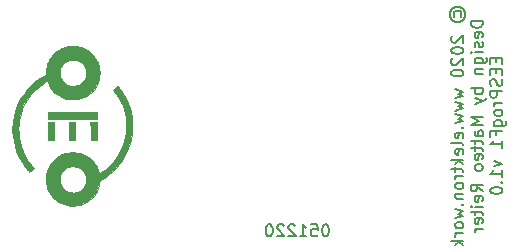
<source format=gbr>
%TF.GenerationSoftware,KiCad,Pcbnew,(5.1.7)-1*%
%TF.CreationDate,2020-12-05T19:57:28+01:00*%
%TF.ProjectId,WiFi-RC-Switch-Programmer,57694669-2d52-4432-9d53-77697463682d,rev?*%
%TF.SameCoordinates,Original*%
%TF.FileFunction,Legend,Bot*%
%TF.FilePolarity,Positive*%
%FSLAX46Y46*%
G04 Gerber Fmt 4.6, Leading zero omitted, Abs format (unit mm)*
G04 Created by KiCad (PCBNEW (5.1.7)-1) date 2020-12-05 19:57:28*
%MOMM*%
%LPD*%
G01*
G04 APERTURE LIST*
%ADD10C,0.150000*%
%ADD11C,0.010000*%
G04 APERTURE END LIST*
D10*
X144668571Y-109942380D02*
X144573333Y-109942380D01*
X144478095Y-109990000D01*
X144430476Y-110037619D01*
X144382857Y-110132857D01*
X144335238Y-110323333D01*
X144335238Y-110561428D01*
X144382857Y-110751904D01*
X144430476Y-110847142D01*
X144478095Y-110894761D01*
X144573333Y-110942380D01*
X144668571Y-110942380D01*
X144763809Y-110894761D01*
X144811428Y-110847142D01*
X144859047Y-110751904D01*
X144906666Y-110561428D01*
X144906666Y-110323333D01*
X144859047Y-110132857D01*
X144811428Y-110037619D01*
X144763809Y-109990000D01*
X144668571Y-109942380D01*
X143430476Y-109942380D02*
X143906666Y-109942380D01*
X143954285Y-110418571D01*
X143906666Y-110370952D01*
X143811428Y-110323333D01*
X143573333Y-110323333D01*
X143478095Y-110370952D01*
X143430476Y-110418571D01*
X143382857Y-110513809D01*
X143382857Y-110751904D01*
X143430476Y-110847142D01*
X143478095Y-110894761D01*
X143573333Y-110942380D01*
X143811428Y-110942380D01*
X143906666Y-110894761D01*
X143954285Y-110847142D01*
X142430476Y-110942380D02*
X143001904Y-110942380D01*
X142716190Y-110942380D02*
X142716190Y-109942380D01*
X142811428Y-110085238D01*
X142906666Y-110180476D01*
X143001904Y-110228095D01*
X142049523Y-110037619D02*
X142001904Y-109990000D01*
X141906666Y-109942380D01*
X141668571Y-109942380D01*
X141573333Y-109990000D01*
X141525714Y-110037619D01*
X141478095Y-110132857D01*
X141478095Y-110228095D01*
X141525714Y-110370952D01*
X142097142Y-110942380D01*
X141478095Y-110942380D01*
X141097142Y-110037619D02*
X141049523Y-109990000D01*
X140954285Y-109942380D01*
X140716190Y-109942380D01*
X140620952Y-109990000D01*
X140573333Y-110037619D01*
X140525714Y-110132857D01*
X140525714Y-110228095D01*
X140573333Y-110370952D01*
X141144761Y-110942380D01*
X140525714Y-110942380D01*
X139906666Y-109942380D02*
X139811428Y-109942380D01*
X139716190Y-109990000D01*
X139668571Y-110037619D01*
X139620952Y-110132857D01*
X139573333Y-110323333D01*
X139573333Y-110561428D01*
X139620952Y-110751904D01*
X139668571Y-110847142D01*
X139716190Y-110894761D01*
X139811428Y-110942380D01*
X139906666Y-110942380D01*
X140001904Y-110894761D01*
X140049523Y-110847142D01*
X140097142Y-110751904D01*
X140144761Y-110561428D01*
X140144761Y-110323333D01*
X140097142Y-110132857D01*
X140049523Y-110037619D01*
X140001904Y-109990000D01*
X139906666Y-109942380D01*
X155520476Y-92361904D02*
X155472857Y-92266666D01*
X155472857Y-92076190D01*
X155520476Y-91980952D01*
X155615714Y-91885714D01*
X155710952Y-91838095D01*
X155901428Y-91838095D01*
X155996666Y-91885714D01*
X156091904Y-91980952D01*
X156139523Y-92076190D01*
X156139523Y-92266666D01*
X156091904Y-92361904D01*
X155139523Y-92171428D02*
X155187142Y-91933333D01*
X155330000Y-91695238D01*
X155568095Y-91552380D01*
X155806190Y-91504761D01*
X156044285Y-91552380D01*
X156282380Y-91695238D01*
X156425238Y-91933333D01*
X156472857Y-92171428D01*
X156425238Y-92409523D01*
X156282380Y-92647619D01*
X156044285Y-92790476D01*
X155806190Y-92838095D01*
X155568095Y-92790476D01*
X155330000Y-92647619D01*
X155187142Y-92409523D01*
X155139523Y-92171428D01*
X155377619Y-93980952D02*
X155330000Y-94028571D01*
X155282380Y-94123809D01*
X155282380Y-94361904D01*
X155330000Y-94457142D01*
X155377619Y-94504761D01*
X155472857Y-94552380D01*
X155568095Y-94552380D01*
X155710952Y-94504761D01*
X156282380Y-93933333D01*
X156282380Y-94552380D01*
X155282380Y-95171428D02*
X155282380Y-95266666D01*
X155330000Y-95361904D01*
X155377619Y-95409523D01*
X155472857Y-95457142D01*
X155663333Y-95504761D01*
X155901428Y-95504761D01*
X156091904Y-95457142D01*
X156187142Y-95409523D01*
X156234761Y-95361904D01*
X156282380Y-95266666D01*
X156282380Y-95171428D01*
X156234761Y-95076190D01*
X156187142Y-95028571D01*
X156091904Y-94980952D01*
X155901428Y-94933333D01*
X155663333Y-94933333D01*
X155472857Y-94980952D01*
X155377619Y-95028571D01*
X155330000Y-95076190D01*
X155282380Y-95171428D01*
X155377619Y-95885714D02*
X155330000Y-95933333D01*
X155282380Y-96028571D01*
X155282380Y-96266666D01*
X155330000Y-96361904D01*
X155377619Y-96409523D01*
X155472857Y-96457142D01*
X155568095Y-96457142D01*
X155710952Y-96409523D01*
X156282380Y-95838095D01*
X156282380Y-96457142D01*
X155282380Y-97076190D02*
X155282380Y-97171428D01*
X155330000Y-97266666D01*
X155377619Y-97314285D01*
X155472857Y-97361904D01*
X155663333Y-97409523D01*
X155901428Y-97409523D01*
X156091904Y-97361904D01*
X156187142Y-97314285D01*
X156234761Y-97266666D01*
X156282380Y-97171428D01*
X156282380Y-97076190D01*
X156234761Y-96980952D01*
X156187142Y-96933333D01*
X156091904Y-96885714D01*
X155901428Y-96838095D01*
X155663333Y-96838095D01*
X155472857Y-96885714D01*
X155377619Y-96933333D01*
X155330000Y-96980952D01*
X155282380Y-97076190D01*
X155615714Y-98504761D02*
X156282380Y-98695238D01*
X155806190Y-98885714D01*
X156282380Y-99076190D01*
X155615714Y-99266666D01*
X155615714Y-99552380D02*
X156282380Y-99742857D01*
X155806190Y-99933333D01*
X156282380Y-100123809D01*
X155615714Y-100314285D01*
X155615714Y-100600000D02*
X156282380Y-100790476D01*
X155806190Y-100980952D01*
X156282380Y-101171428D01*
X155615714Y-101361904D01*
X156187142Y-101742857D02*
X156234761Y-101790476D01*
X156282380Y-101742857D01*
X156234761Y-101695238D01*
X156187142Y-101742857D01*
X156282380Y-101742857D01*
X156234761Y-102600000D02*
X156282380Y-102504761D01*
X156282380Y-102314285D01*
X156234761Y-102219047D01*
X156139523Y-102171428D01*
X155758571Y-102171428D01*
X155663333Y-102219047D01*
X155615714Y-102314285D01*
X155615714Y-102504761D01*
X155663333Y-102600000D01*
X155758571Y-102647619D01*
X155853809Y-102647619D01*
X155949047Y-102171428D01*
X156282380Y-103219047D02*
X156234761Y-103123809D01*
X156139523Y-103076190D01*
X155282380Y-103076190D01*
X156234761Y-103980952D02*
X156282380Y-103885714D01*
X156282380Y-103695238D01*
X156234761Y-103600000D01*
X156139523Y-103552380D01*
X155758571Y-103552380D01*
X155663333Y-103600000D01*
X155615714Y-103695238D01*
X155615714Y-103885714D01*
X155663333Y-103980952D01*
X155758571Y-104028571D01*
X155853809Y-104028571D01*
X155949047Y-103552380D01*
X156282380Y-104457142D02*
X155282380Y-104457142D01*
X155901428Y-104552380D02*
X156282380Y-104838095D01*
X155615714Y-104838095D02*
X155996666Y-104457142D01*
X155615714Y-105123809D02*
X155615714Y-105504761D01*
X155282380Y-105266666D02*
X156139523Y-105266666D01*
X156234761Y-105314285D01*
X156282380Y-105409523D01*
X156282380Y-105504761D01*
X156282380Y-105838095D02*
X155615714Y-105838095D01*
X155806190Y-105838095D02*
X155710952Y-105885714D01*
X155663333Y-105933333D01*
X155615714Y-106028571D01*
X155615714Y-106123809D01*
X156282380Y-106600000D02*
X156234761Y-106504761D01*
X156187142Y-106457142D01*
X156091904Y-106409523D01*
X155806190Y-106409523D01*
X155710952Y-106457142D01*
X155663333Y-106504761D01*
X155615714Y-106600000D01*
X155615714Y-106742857D01*
X155663333Y-106838095D01*
X155710952Y-106885714D01*
X155806190Y-106933333D01*
X156091904Y-106933333D01*
X156187142Y-106885714D01*
X156234761Y-106838095D01*
X156282380Y-106742857D01*
X156282380Y-106600000D01*
X155615714Y-107361904D02*
X156282380Y-107361904D01*
X155710952Y-107361904D02*
X155663333Y-107409523D01*
X155615714Y-107504761D01*
X155615714Y-107647619D01*
X155663333Y-107742857D01*
X155758571Y-107790476D01*
X156282380Y-107790476D01*
X156187142Y-108266666D02*
X156234761Y-108314285D01*
X156282380Y-108266666D01*
X156234761Y-108219047D01*
X156187142Y-108266666D01*
X156282380Y-108266666D01*
X155615714Y-108647619D02*
X156282380Y-108838095D01*
X155806190Y-109028571D01*
X156282380Y-109219047D01*
X155615714Y-109409523D01*
X156282380Y-109933333D02*
X156234761Y-109838095D01*
X156187142Y-109790476D01*
X156091904Y-109742857D01*
X155806190Y-109742857D01*
X155710952Y-109790476D01*
X155663333Y-109838095D01*
X155615714Y-109933333D01*
X155615714Y-110076190D01*
X155663333Y-110171428D01*
X155710952Y-110219047D01*
X155806190Y-110266666D01*
X156091904Y-110266666D01*
X156187142Y-110219047D01*
X156234761Y-110171428D01*
X156282380Y-110076190D01*
X156282380Y-109933333D01*
X156282380Y-110695238D02*
X155615714Y-110695238D01*
X155806190Y-110695238D02*
X155710952Y-110742857D01*
X155663333Y-110790476D01*
X155615714Y-110885714D01*
X155615714Y-110980952D01*
X156282380Y-111314285D02*
X155282380Y-111314285D01*
X155901428Y-111409523D02*
X156282380Y-111695238D01*
X155615714Y-111695238D02*
X155996666Y-111314285D01*
X157932380Y-92719047D02*
X156932380Y-92719047D01*
X156932380Y-92957142D01*
X156980000Y-93100000D01*
X157075238Y-93195238D01*
X157170476Y-93242857D01*
X157360952Y-93290476D01*
X157503809Y-93290476D01*
X157694285Y-93242857D01*
X157789523Y-93195238D01*
X157884761Y-93100000D01*
X157932380Y-92957142D01*
X157932380Y-92719047D01*
X157884761Y-94100000D02*
X157932380Y-94004761D01*
X157932380Y-93814285D01*
X157884761Y-93719047D01*
X157789523Y-93671428D01*
X157408571Y-93671428D01*
X157313333Y-93719047D01*
X157265714Y-93814285D01*
X157265714Y-94004761D01*
X157313333Y-94100000D01*
X157408571Y-94147619D01*
X157503809Y-94147619D01*
X157599047Y-93671428D01*
X157884761Y-94528571D02*
X157932380Y-94623809D01*
X157932380Y-94814285D01*
X157884761Y-94909523D01*
X157789523Y-94957142D01*
X157741904Y-94957142D01*
X157646666Y-94909523D01*
X157599047Y-94814285D01*
X157599047Y-94671428D01*
X157551428Y-94576190D01*
X157456190Y-94528571D01*
X157408571Y-94528571D01*
X157313333Y-94576190D01*
X157265714Y-94671428D01*
X157265714Y-94814285D01*
X157313333Y-94909523D01*
X157932380Y-95385714D02*
X157265714Y-95385714D01*
X156932380Y-95385714D02*
X156980000Y-95338095D01*
X157027619Y-95385714D01*
X156980000Y-95433333D01*
X156932380Y-95385714D01*
X157027619Y-95385714D01*
X157265714Y-96290476D02*
X158075238Y-96290476D01*
X158170476Y-96242857D01*
X158218095Y-96195238D01*
X158265714Y-96100000D01*
X158265714Y-95957142D01*
X158218095Y-95861904D01*
X157884761Y-96290476D02*
X157932380Y-96195238D01*
X157932380Y-96004761D01*
X157884761Y-95909523D01*
X157837142Y-95861904D01*
X157741904Y-95814285D01*
X157456190Y-95814285D01*
X157360952Y-95861904D01*
X157313333Y-95909523D01*
X157265714Y-96004761D01*
X157265714Y-96195238D01*
X157313333Y-96290476D01*
X157265714Y-96766666D02*
X157932380Y-96766666D01*
X157360952Y-96766666D02*
X157313333Y-96814285D01*
X157265714Y-96909523D01*
X157265714Y-97052380D01*
X157313333Y-97147619D01*
X157408571Y-97195238D01*
X157932380Y-97195238D01*
X157932380Y-98433333D02*
X156932380Y-98433333D01*
X157313333Y-98433333D02*
X157265714Y-98528571D01*
X157265714Y-98719047D01*
X157313333Y-98814285D01*
X157360952Y-98861904D01*
X157456190Y-98909523D01*
X157741904Y-98909523D01*
X157837142Y-98861904D01*
X157884761Y-98814285D01*
X157932380Y-98719047D01*
X157932380Y-98528571D01*
X157884761Y-98433333D01*
X157265714Y-99242857D02*
X157932380Y-99480952D01*
X157265714Y-99719047D02*
X157932380Y-99480952D01*
X158170476Y-99385714D01*
X158218095Y-99338095D01*
X158265714Y-99242857D01*
X157932380Y-100861904D02*
X156932380Y-100861904D01*
X157646666Y-101195238D01*
X156932380Y-101528571D01*
X157932380Y-101528571D01*
X157932380Y-102433333D02*
X157408571Y-102433333D01*
X157313333Y-102385714D01*
X157265714Y-102290476D01*
X157265714Y-102100000D01*
X157313333Y-102004761D01*
X157884761Y-102433333D02*
X157932380Y-102338095D01*
X157932380Y-102100000D01*
X157884761Y-102004761D01*
X157789523Y-101957142D01*
X157694285Y-101957142D01*
X157599047Y-102004761D01*
X157551428Y-102100000D01*
X157551428Y-102338095D01*
X157503809Y-102433333D01*
X157265714Y-102766666D02*
X157265714Y-103147619D01*
X156932380Y-102909523D02*
X157789523Y-102909523D01*
X157884761Y-102957142D01*
X157932380Y-103052380D01*
X157932380Y-103147619D01*
X157265714Y-103338095D02*
X157265714Y-103719047D01*
X156932380Y-103480952D02*
X157789523Y-103480952D01*
X157884761Y-103528571D01*
X157932380Y-103623809D01*
X157932380Y-103719047D01*
X157884761Y-104433333D02*
X157932380Y-104338095D01*
X157932380Y-104147619D01*
X157884761Y-104052380D01*
X157789523Y-104004761D01*
X157408571Y-104004761D01*
X157313333Y-104052380D01*
X157265714Y-104147619D01*
X157265714Y-104338095D01*
X157313333Y-104433333D01*
X157408571Y-104480952D01*
X157503809Y-104480952D01*
X157599047Y-104004761D01*
X157932380Y-105052380D02*
X157884761Y-104957142D01*
X157837142Y-104909523D01*
X157741904Y-104861904D01*
X157456190Y-104861904D01*
X157360952Y-104909523D01*
X157313333Y-104957142D01*
X157265714Y-105052380D01*
X157265714Y-105195238D01*
X157313333Y-105290476D01*
X157360952Y-105338095D01*
X157456190Y-105385714D01*
X157741904Y-105385714D01*
X157837142Y-105338095D01*
X157884761Y-105290476D01*
X157932380Y-105195238D01*
X157932380Y-105052380D01*
X157932380Y-107147619D02*
X157456190Y-106814285D01*
X157932380Y-106576190D02*
X156932380Y-106576190D01*
X156932380Y-106957142D01*
X156980000Y-107052380D01*
X157027619Y-107100000D01*
X157122857Y-107147619D01*
X157265714Y-107147619D01*
X157360952Y-107100000D01*
X157408571Y-107052380D01*
X157456190Y-106957142D01*
X157456190Y-106576190D01*
X157884761Y-107957142D02*
X157932380Y-107861904D01*
X157932380Y-107671428D01*
X157884761Y-107576190D01*
X157789523Y-107528571D01*
X157408571Y-107528571D01*
X157313333Y-107576190D01*
X157265714Y-107671428D01*
X157265714Y-107861904D01*
X157313333Y-107957142D01*
X157408571Y-108004761D01*
X157503809Y-108004761D01*
X157599047Y-107528571D01*
X157932380Y-108433333D02*
X157265714Y-108433333D01*
X156932380Y-108433333D02*
X156980000Y-108385714D01*
X157027619Y-108433333D01*
X156980000Y-108480952D01*
X156932380Y-108433333D01*
X157027619Y-108433333D01*
X157265714Y-108766666D02*
X157265714Y-109147619D01*
X156932380Y-108909523D02*
X157789523Y-108909523D01*
X157884761Y-108957142D01*
X157932380Y-109052380D01*
X157932380Y-109147619D01*
X157884761Y-109861904D02*
X157932380Y-109766666D01*
X157932380Y-109576190D01*
X157884761Y-109480952D01*
X157789523Y-109433333D01*
X157408571Y-109433333D01*
X157313333Y-109480952D01*
X157265714Y-109576190D01*
X157265714Y-109766666D01*
X157313333Y-109861904D01*
X157408571Y-109909523D01*
X157503809Y-109909523D01*
X157599047Y-109433333D01*
X157932380Y-110338095D02*
X157265714Y-110338095D01*
X157456190Y-110338095D02*
X157360952Y-110385714D01*
X157313333Y-110433333D01*
X157265714Y-110528571D01*
X157265714Y-110623809D01*
X159058571Y-95885714D02*
X159058571Y-96219047D01*
X159582380Y-96361904D02*
X159582380Y-95885714D01*
X158582380Y-95885714D01*
X158582380Y-96361904D01*
X159058571Y-96790476D02*
X159058571Y-97123809D01*
X159582380Y-97266666D02*
X159582380Y-96790476D01*
X158582380Y-96790476D01*
X158582380Y-97266666D01*
X159534761Y-97647619D02*
X159582380Y-97790476D01*
X159582380Y-98028571D01*
X159534761Y-98123809D01*
X159487142Y-98171428D01*
X159391904Y-98219047D01*
X159296666Y-98219047D01*
X159201428Y-98171428D01*
X159153809Y-98123809D01*
X159106190Y-98028571D01*
X159058571Y-97838095D01*
X159010952Y-97742857D01*
X158963333Y-97695238D01*
X158868095Y-97647619D01*
X158772857Y-97647619D01*
X158677619Y-97695238D01*
X158630000Y-97742857D01*
X158582380Y-97838095D01*
X158582380Y-98076190D01*
X158630000Y-98219047D01*
X159582380Y-98647619D02*
X158582380Y-98647619D01*
X158582380Y-99028571D01*
X158630000Y-99123809D01*
X158677619Y-99171428D01*
X158772857Y-99219047D01*
X158915714Y-99219047D01*
X159010952Y-99171428D01*
X159058571Y-99123809D01*
X159106190Y-99028571D01*
X159106190Y-98647619D01*
X159582380Y-99647619D02*
X158915714Y-99647619D01*
X159106190Y-99647619D02*
X159010952Y-99695238D01*
X158963333Y-99742857D01*
X158915714Y-99838095D01*
X158915714Y-99933333D01*
X159582380Y-100409523D02*
X159534761Y-100314285D01*
X159487142Y-100266666D01*
X159391904Y-100219047D01*
X159106190Y-100219047D01*
X159010952Y-100266666D01*
X158963333Y-100314285D01*
X158915714Y-100409523D01*
X158915714Y-100552380D01*
X158963333Y-100647619D01*
X159010952Y-100695238D01*
X159106190Y-100742857D01*
X159391904Y-100742857D01*
X159487142Y-100695238D01*
X159534761Y-100647619D01*
X159582380Y-100552380D01*
X159582380Y-100409523D01*
X158915714Y-101600000D02*
X159725238Y-101600000D01*
X159820476Y-101552380D01*
X159868095Y-101504761D01*
X159915714Y-101409523D01*
X159915714Y-101266666D01*
X159868095Y-101171428D01*
X159534761Y-101600000D02*
X159582380Y-101504761D01*
X159582380Y-101314285D01*
X159534761Y-101219047D01*
X159487142Y-101171428D01*
X159391904Y-101123809D01*
X159106190Y-101123809D01*
X159010952Y-101171428D01*
X158963333Y-101219047D01*
X158915714Y-101314285D01*
X158915714Y-101504761D01*
X158963333Y-101600000D01*
X159058571Y-102409523D02*
X159058571Y-102076190D01*
X159582380Y-102076190D02*
X158582380Y-102076190D01*
X158582380Y-102552380D01*
X159582380Y-103457142D02*
X159582380Y-102885714D01*
X159582380Y-103171428D02*
X158582380Y-103171428D01*
X158725238Y-103076190D01*
X158820476Y-102980952D01*
X158868095Y-102885714D01*
X158915714Y-104552380D02*
X159582380Y-104790476D01*
X158915714Y-105028571D01*
X159582380Y-105933333D02*
X159582380Y-105361904D01*
X159582380Y-105647619D02*
X158582380Y-105647619D01*
X158725238Y-105552380D01*
X158820476Y-105457142D01*
X158868095Y-105361904D01*
X159487142Y-106361904D02*
X159534761Y-106409523D01*
X159582380Y-106361904D01*
X159534761Y-106314285D01*
X159487142Y-106361904D01*
X159582380Y-106361904D01*
X158582380Y-107028571D02*
X158582380Y-107123809D01*
X158630000Y-107219047D01*
X158677619Y-107266666D01*
X158772857Y-107314285D01*
X158963333Y-107361904D01*
X159201428Y-107361904D01*
X159391904Y-107314285D01*
X159487142Y-107266666D01*
X159534761Y-107219047D01*
X159582380Y-107123809D01*
X159582380Y-107028571D01*
X159534761Y-106933333D01*
X159487142Y-106885714D01*
X159391904Y-106838095D01*
X159201428Y-106790476D01*
X158963333Y-106790476D01*
X158772857Y-106838095D01*
X158677619Y-106885714D01*
X158630000Y-106933333D01*
X158582380Y-107028571D01*
D11*
%TO.C,G\u002A\u002A\u002A*%
G36*
X120965831Y-106229935D02*
G01*
X120968306Y-106321677D01*
X120973109Y-106396358D01*
X120981003Y-106462374D01*
X120992751Y-106528123D01*
X121009117Y-106602002D01*
X121009539Y-106603800D01*
X121070562Y-106827450D01*
X121143240Y-107025515D01*
X121230227Y-107205061D01*
X121245677Y-107232588D01*
X121397915Y-107466439D01*
X121572264Y-107674651D01*
X121768442Y-107856996D01*
X121986166Y-108013240D01*
X122225153Y-108143153D01*
X122484823Y-108246405D01*
X122748452Y-108316656D01*
X123020994Y-108355779D01*
X123297914Y-108363725D01*
X123574675Y-108340449D01*
X123846743Y-108285903D01*
X123933396Y-108261435D01*
X124183411Y-108168356D01*
X124417637Y-108046781D01*
X124634139Y-107899087D01*
X124830982Y-107727649D01*
X125006229Y-107534844D01*
X125157947Y-107323046D01*
X125284200Y-107094632D01*
X125383054Y-106851978D01*
X125452572Y-106597459D01*
X125489288Y-106351218D01*
X125501399Y-106217170D01*
X125694359Y-106100885D01*
X126019668Y-105888890D01*
X126331033Y-105654240D01*
X126624631Y-105400506D01*
X126896638Y-105131254D01*
X127143229Y-104850055D01*
X127360583Y-104560477D01*
X127388102Y-104520006D01*
X127594583Y-104183779D01*
X127777704Y-103826511D01*
X127935510Y-103453406D01*
X128066042Y-103069671D01*
X128167346Y-102680509D01*
X128237464Y-102291127D01*
X128243840Y-102243466D01*
X128257574Y-102111614D01*
X128268166Y-101959197D01*
X128275371Y-101795817D01*
X128278941Y-101631078D01*
X128278629Y-101474580D01*
X128274188Y-101335927D01*
X128269095Y-101261333D01*
X128218155Y-100839723D01*
X128141199Y-100434484D01*
X128038710Y-100047255D01*
X127911171Y-99679673D01*
X127759067Y-99333376D01*
X127625671Y-99082541D01*
X127567855Y-98985451D01*
X127502590Y-98881379D01*
X127432508Y-98773996D01*
X127360243Y-98666971D01*
X127288426Y-98563973D01*
X127219692Y-98468674D01*
X127156673Y-98384743D01*
X127102002Y-98315848D01*
X127058311Y-98265662D01*
X127028234Y-98237852D01*
X127016661Y-98233675D01*
X126997921Y-98246508D01*
X126960372Y-98276276D01*
X126909651Y-98318146D01*
X126851397Y-98367285D01*
X126791245Y-98418861D01*
X126734834Y-98468043D01*
X126687800Y-98509996D01*
X126655780Y-98539890D01*
X126644400Y-98552786D01*
X126654376Y-98569217D01*
X126681436Y-98606176D01*
X126721274Y-98657933D01*
X126762657Y-98710145D01*
X126918163Y-98918398D01*
X127069524Y-99148511D01*
X127210905Y-99390453D01*
X127336474Y-99634193D01*
X127440399Y-99869700D01*
X127447926Y-99888706D01*
X127557557Y-100206460D01*
X127644763Y-100540684D01*
X127709069Y-100885812D01*
X127749999Y-101236278D01*
X127767075Y-101586516D01*
X127759821Y-101930959D01*
X127727762Y-102264042D01*
X127676131Y-102554832D01*
X127587357Y-102895058D01*
X127472116Y-103237158D01*
X127334083Y-103571825D01*
X127176931Y-103889755D01*
X127085198Y-104051562D01*
X126909612Y-104318599D01*
X126704056Y-104582070D01*
X126472426Y-104837976D01*
X126218617Y-105082319D01*
X125946524Y-105311099D01*
X125660041Y-105520320D01*
X125643863Y-105531235D01*
X125467533Y-105649689D01*
X125445898Y-105567945D01*
X125386646Y-105366482D01*
X125320936Y-105189457D01*
X125244701Y-105027527D01*
X125153876Y-104871345D01*
X125120630Y-104820404D01*
X124956866Y-104605240D01*
X124770651Y-104414420D01*
X124564120Y-104248994D01*
X124339407Y-104110010D01*
X124098645Y-103998521D01*
X123843968Y-103915575D01*
X123577511Y-103862224D01*
X123304395Y-103839763D01*
X123304395Y-105016064D01*
X123495721Y-105041559D01*
X123676251Y-105098498D01*
X123844132Y-105186247D01*
X123997509Y-105304173D01*
X124037012Y-105341921D01*
X124161925Y-105488175D01*
X124255971Y-105647072D01*
X124320270Y-105820979D01*
X124355941Y-106012259D01*
X124356381Y-106016386D01*
X124363374Y-106117296D01*
X124360894Y-106211965D01*
X124348035Y-106314123D01*
X124330714Y-106405458D01*
X124277918Y-106578938D01*
X124196532Y-106738121D01*
X124089699Y-106880547D01*
X123960562Y-107003750D01*
X123812263Y-107105270D01*
X123647945Y-107182643D01*
X123470751Y-107233408D01*
X123283822Y-107255100D01*
X123245667Y-107255733D01*
X123049743Y-107240112D01*
X122866360Y-107194908D01*
X122697732Y-107122610D01*
X122546071Y-107025707D01*
X122413592Y-106906688D01*
X122302507Y-106768042D01*
X122215029Y-106612258D01*
X122153373Y-106441825D01*
X122119752Y-106259231D01*
X122116378Y-106066967D01*
X122123276Y-105993583D01*
X122163214Y-105800552D01*
X122231776Y-105623591D01*
X122326769Y-105464870D01*
X122446000Y-105326560D01*
X122587278Y-105210831D01*
X122748410Y-105119853D01*
X122927203Y-105055797D01*
X123104128Y-105022650D01*
X123304395Y-105016064D01*
X123304395Y-103839763D01*
X123301407Y-103839517D01*
X123130733Y-103841093D01*
X122845446Y-103868414D01*
X122576858Y-103925103D01*
X122324345Y-104011430D01*
X122087280Y-104127663D01*
X121865039Y-104274072D01*
X121656996Y-104450925D01*
X121613592Y-104493421D01*
X121442303Y-104682280D01*
X121300879Y-104876816D01*
X121185327Y-105083422D01*
X121091651Y-105308488D01*
X121076134Y-105353455D01*
X121035349Y-105483736D01*
X121005320Y-105602401D01*
X120984663Y-105718885D01*
X120971997Y-105842621D01*
X120965941Y-105983043D01*
X120964922Y-106112733D01*
X120965831Y-106229935D01*
G37*
X120965831Y-106229935D02*
X120968306Y-106321677D01*
X120973109Y-106396358D01*
X120981003Y-106462374D01*
X120992751Y-106528123D01*
X121009117Y-106602002D01*
X121009539Y-106603800D01*
X121070562Y-106827450D01*
X121143240Y-107025515D01*
X121230227Y-107205061D01*
X121245677Y-107232588D01*
X121397915Y-107466439D01*
X121572264Y-107674651D01*
X121768442Y-107856996D01*
X121986166Y-108013240D01*
X122225153Y-108143153D01*
X122484823Y-108246405D01*
X122748452Y-108316656D01*
X123020994Y-108355779D01*
X123297914Y-108363725D01*
X123574675Y-108340449D01*
X123846743Y-108285903D01*
X123933396Y-108261435D01*
X124183411Y-108168356D01*
X124417637Y-108046781D01*
X124634139Y-107899087D01*
X124830982Y-107727649D01*
X125006229Y-107534844D01*
X125157947Y-107323046D01*
X125284200Y-107094632D01*
X125383054Y-106851978D01*
X125452572Y-106597459D01*
X125489288Y-106351218D01*
X125501399Y-106217170D01*
X125694359Y-106100885D01*
X126019668Y-105888890D01*
X126331033Y-105654240D01*
X126624631Y-105400506D01*
X126896638Y-105131254D01*
X127143229Y-104850055D01*
X127360583Y-104560477D01*
X127388102Y-104520006D01*
X127594583Y-104183779D01*
X127777704Y-103826511D01*
X127935510Y-103453406D01*
X128066042Y-103069671D01*
X128167346Y-102680509D01*
X128237464Y-102291127D01*
X128243840Y-102243466D01*
X128257574Y-102111614D01*
X128268166Y-101959197D01*
X128275371Y-101795817D01*
X128278941Y-101631078D01*
X128278629Y-101474580D01*
X128274188Y-101335927D01*
X128269095Y-101261333D01*
X128218155Y-100839723D01*
X128141199Y-100434484D01*
X128038710Y-100047255D01*
X127911171Y-99679673D01*
X127759067Y-99333376D01*
X127625671Y-99082541D01*
X127567855Y-98985451D01*
X127502590Y-98881379D01*
X127432508Y-98773996D01*
X127360243Y-98666971D01*
X127288426Y-98563973D01*
X127219692Y-98468674D01*
X127156673Y-98384743D01*
X127102002Y-98315848D01*
X127058311Y-98265662D01*
X127028234Y-98237852D01*
X127016661Y-98233675D01*
X126997921Y-98246508D01*
X126960372Y-98276276D01*
X126909651Y-98318146D01*
X126851397Y-98367285D01*
X126791245Y-98418861D01*
X126734834Y-98468043D01*
X126687800Y-98509996D01*
X126655780Y-98539890D01*
X126644400Y-98552786D01*
X126654376Y-98569217D01*
X126681436Y-98606176D01*
X126721274Y-98657933D01*
X126762657Y-98710145D01*
X126918163Y-98918398D01*
X127069524Y-99148511D01*
X127210905Y-99390453D01*
X127336474Y-99634193D01*
X127440399Y-99869700D01*
X127447926Y-99888706D01*
X127557557Y-100206460D01*
X127644763Y-100540684D01*
X127709069Y-100885812D01*
X127749999Y-101236278D01*
X127767075Y-101586516D01*
X127759821Y-101930959D01*
X127727762Y-102264042D01*
X127676131Y-102554832D01*
X127587357Y-102895058D01*
X127472116Y-103237158D01*
X127334083Y-103571825D01*
X127176931Y-103889755D01*
X127085198Y-104051562D01*
X126909612Y-104318599D01*
X126704056Y-104582070D01*
X126472426Y-104837976D01*
X126218617Y-105082319D01*
X125946524Y-105311099D01*
X125660041Y-105520320D01*
X125643863Y-105531235D01*
X125467533Y-105649689D01*
X125445898Y-105567945D01*
X125386646Y-105366482D01*
X125320936Y-105189457D01*
X125244701Y-105027527D01*
X125153876Y-104871345D01*
X125120630Y-104820404D01*
X124956866Y-104605240D01*
X124770651Y-104414420D01*
X124564120Y-104248994D01*
X124339407Y-104110010D01*
X124098645Y-103998521D01*
X123843968Y-103915575D01*
X123577511Y-103862224D01*
X123304395Y-103839763D01*
X123304395Y-105016064D01*
X123495721Y-105041559D01*
X123676251Y-105098498D01*
X123844132Y-105186247D01*
X123997509Y-105304173D01*
X124037012Y-105341921D01*
X124161925Y-105488175D01*
X124255971Y-105647072D01*
X124320270Y-105820979D01*
X124355941Y-106012259D01*
X124356381Y-106016386D01*
X124363374Y-106117296D01*
X124360894Y-106211965D01*
X124348035Y-106314123D01*
X124330714Y-106405458D01*
X124277918Y-106578938D01*
X124196532Y-106738121D01*
X124089699Y-106880547D01*
X123960562Y-107003750D01*
X123812263Y-107105270D01*
X123647945Y-107182643D01*
X123470751Y-107233408D01*
X123283822Y-107255100D01*
X123245667Y-107255733D01*
X123049743Y-107240112D01*
X122866360Y-107194908D01*
X122697732Y-107122610D01*
X122546071Y-107025707D01*
X122413592Y-106906688D01*
X122302507Y-106768042D01*
X122215029Y-106612258D01*
X122153373Y-106441825D01*
X122119752Y-106259231D01*
X122116378Y-106066967D01*
X122123276Y-105993583D01*
X122163214Y-105800552D01*
X122231776Y-105623591D01*
X122326769Y-105464870D01*
X122446000Y-105326560D01*
X122587278Y-105210831D01*
X122748410Y-105119853D01*
X122927203Y-105055797D01*
X123104128Y-105022650D01*
X123304395Y-105016064D01*
X123304395Y-103839763D01*
X123301407Y-103839517D01*
X123130733Y-103841093D01*
X122845446Y-103868414D01*
X122576858Y-103925103D01*
X122324345Y-104011430D01*
X122087280Y-104127663D01*
X121865039Y-104274072D01*
X121656996Y-104450925D01*
X121613592Y-104493421D01*
X121442303Y-104682280D01*
X121300879Y-104876816D01*
X121185327Y-105083422D01*
X121091651Y-105308488D01*
X121076134Y-105353455D01*
X121035349Y-105483736D01*
X121005320Y-105602401D01*
X120984663Y-105718885D01*
X120971997Y-105842621D01*
X120965941Y-105983043D01*
X120964922Y-106112733D01*
X120965831Y-106229935D01*
G36*
X118121681Y-101968206D02*
G01*
X118125876Y-102134571D01*
X118133605Y-102289949D01*
X118144798Y-102425414D01*
X118150235Y-102472066D01*
X118220863Y-102903906D01*
X118318637Y-103315827D01*
X118443820Y-103708511D01*
X118596678Y-104082638D01*
X118777474Y-104438890D01*
X118986473Y-104777948D01*
X119115610Y-104960133D01*
X119183101Y-105048731D01*
X119254142Y-105138236D01*
X119325237Y-105224627D01*
X119392891Y-105303885D01*
X119453606Y-105371988D01*
X119503889Y-105424914D01*
X119540241Y-105458644D01*
X119558270Y-105469267D01*
X119577285Y-105458090D01*
X119615440Y-105427408D01*
X119667758Y-105381490D01*
X119729262Y-105324607D01*
X119750762Y-105304122D01*
X119922820Y-105138977D01*
X119772928Y-104965455D01*
X119567837Y-104715008D01*
X119390439Y-104469313D01*
X119236562Y-104221651D01*
X119102033Y-103965304D01*
X118982680Y-103693554D01*
X118981989Y-103691832D01*
X118849905Y-103320655D01*
X118748332Y-102942908D01*
X118677522Y-102561343D01*
X118637725Y-102178714D01*
X118629195Y-101797774D01*
X118652182Y-101421274D01*
X118706938Y-101051969D01*
X118730353Y-100939600D01*
X118836171Y-100537978D01*
X118970394Y-100154760D01*
X119133079Y-99789818D01*
X119324284Y-99443022D01*
X119544066Y-99114247D01*
X119568989Y-99080517D01*
X119631295Y-99002815D01*
X119714104Y-98908152D01*
X119812280Y-98801697D01*
X119920689Y-98688618D01*
X120034197Y-98574085D01*
X120147670Y-98463267D01*
X120255972Y-98361331D01*
X120353970Y-98273447D01*
X120436529Y-98204785D01*
X120446800Y-98196819D01*
X120560981Y-98111561D01*
X120681485Y-98025611D01*
X120799638Y-97944925D01*
X120906771Y-97875458D01*
X120973779Y-97834823D01*
X121052025Y-97789345D01*
X121090913Y-97895506D01*
X121199018Y-98142998D01*
X121334849Y-98373594D01*
X121496129Y-98585064D01*
X121680578Y-98775182D01*
X121885918Y-98941720D01*
X122109870Y-99082450D01*
X122350155Y-99195144D01*
X122461866Y-99235738D01*
X122634953Y-99288199D01*
X122793995Y-99324660D01*
X122953184Y-99347821D01*
X123113800Y-99359792D01*
X123394358Y-99357312D01*
X123666378Y-99323705D01*
X123927794Y-99260249D01*
X124176539Y-99168223D01*
X124410547Y-99048902D01*
X124627750Y-98903567D01*
X124826083Y-98733494D01*
X125003478Y-98539961D01*
X125157869Y-98324246D01*
X125287190Y-98087627D01*
X125330759Y-97989048D01*
X125389999Y-97822433D01*
X125439670Y-97635534D01*
X125476651Y-97441317D01*
X125492302Y-97318306D01*
X125502175Y-97206705D01*
X125506575Y-97113974D01*
X125505471Y-97025871D01*
X125498831Y-96928152D01*
X125491269Y-96850200D01*
X125446650Y-96578073D01*
X125371589Y-96318030D01*
X125267685Y-96072114D01*
X125136535Y-95842366D01*
X124979738Y-95630829D01*
X124798892Y-95439544D01*
X124595594Y-95270554D01*
X124371443Y-95125901D01*
X124128037Y-95007626D01*
X124015717Y-94964633D01*
X123800177Y-94902466D01*
X123567083Y-94860038D01*
X123326464Y-94838166D01*
X123263741Y-94838036D01*
X123263741Y-95981533D01*
X123444644Y-95998980D01*
X123622955Y-96045588D01*
X123740333Y-96094335D01*
X123907570Y-96193309D01*
X124052021Y-96316623D01*
X124171834Y-96462003D01*
X124265157Y-96627177D01*
X124330136Y-96809873D01*
X124333147Y-96821556D01*
X124346971Y-96905842D01*
X124353601Y-97012522D01*
X124353410Y-97130981D01*
X124346771Y-97250602D01*
X124334056Y-97360771D01*
X124315639Y-97450871D01*
X124310432Y-97468267D01*
X124237379Y-97641139D01*
X124138771Y-97794391D01*
X124017641Y-97926559D01*
X123877021Y-98036182D01*
X123719943Y-98121796D01*
X123549440Y-98181939D01*
X123368543Y-98215149D01*
X123180286Y-98219964D01*
X122987701Y-98194920D01*
X122868007Y-98163928D01*
X122728235Y-98105861D01*
X122589609Y-98021236D01*
X122460433Y-97916600D01*
X122349009Y-97798496D01*
X122278558Y-97699255D01*
X122214552Y-97579781D01*
X122170015Y-97460997D01*
X122142166Y-97332757D01*
X122128226Y-97184916D01*
X122126624Y-97144859D01*
X122125777Y-97011158D01*
X122134039Y-96899672D01*
X122153648Y-96799454D01*
X122186836Y-96699556D01*
X122235840Y-96589032D01*
X122243177Y-96573949D01*
X122336114Y-96421258D01*
X122452986Y-96289231D01*
X122590004Y-96179081D01*
X122743378Y-96092022D01*
X122909318Y-96029268D01*
X123084036Y-95992034D01*
X123263741Y-95981533D01*
X123263741Y-94838036D01*
X123088347Y-94837669D01*
X122862762Y-94859364D01*
X122817466Y-94866898D01*
X122546099Y-94932069D01*
X122290834Y-95025988D01*
X122053178Y-95146845D01*
X121834636Y-95292829D01*
X121636714Y-95462128D01*
X121460919Y-95652931D01*
X121308756Y-95863428D01*
X121181731Y-96091806D01*
X121081350Y-96336257D01*
X121009120Y-96594967D01*
X120966546Y-96866126D01*
X120954800Y-97106910D01*
X120954800Y-97262909D01*
X120798166Y-97351079D01*
X120491735Y-97539259D01*
X120191565Y-97754152D01*
X119902495Y-97991325D01*
X119629368Y-98246346D01*
X119377026Y-98514781D01*
X119150308Y-98792199D01*
X119010241Y-98988177D01*
X118801623Y-99327876D01*
X118617684Y-99688496D01*
X118459731Y-100066446D01*
X118329074Y-100458133D01*
X118227022Y-100859968D01*
X118154884Y-101268357D01*
X118141636Y-101371400D01*
X118130997Y-101492451D01*
X118124172Y-101638220D01*
X118121090Y-101799780D01*
X118121681Y-101968206D01*
G37*
X118121681Y-101968206D02*
X118125876Y-102134571D01*
X118133605Y-102289949D01*
X118144798Y-102425414D01*
X118150235Y-102472066D01*
X118220863Y-102903906D01*
X118318637Y-103315827D01*
X118443820Y-103708511D01*
X118596678Y-104082638D01*
X118777474Y-104438890D01*
X118986473Y-104777948D01*
X119115610Y-104960133D01*
X119183101Y-105048731D01*
X119254142Y-105138236D01*
X119325237Y-105224627D01*
X119392891Y-105303885D01*
X119453606Y-105371988D01*
X119503889Y-105424914D01*
X119540241Y-105458644D01*
X119558270Y-105469267D01*
X119577285Y-105458090D01*
X119615440Y-105427408D01*
X119667758Y-105381490D01*
X119729262Y-105324607D01*
X119750762Y-105304122D01*
X119922820Y-105138977D01*
X119772928Y-104965455D01*
X119567837Y-104715008D01*
X119390439Y-104469313D01*
X119236562Y-104221651D01*
X119102033Y-103965304D01*
X118982680Y-103693554D01*
X118981989Y-103691832D01*
X118849905Y-103320655D01*
X118748332Y-102942908D01*
X118677522Y-102561343D01*
X118637725Y-102178714D01*
X118629195Y-101797774D01*
X118652182Y-101421274D01*
X118706938Y-101051969D01*
X118730353Y-100939600D01*
X118836171Y-100537978D01*
X118970394Y-100154760D01*
X119133079Y-99789818D01*
X119324284Y-99443022D01*
X119544066Y-99114247D01*
X119568989Y-99080517D01*
X119631295Y-99002815D01*
X119714104Y-98908152D01*
X119812280Y-98801697D01*
X119920689Y-98688618D01*
X120034197Y-98574085D01*
X120147670Y-98463267D01*
X120255972Y-98361331D01*
X120353970Y-98273447D01*
X120436529Y-98204785D01*
X120446800Y-98196819D01*
X120560981Y-98111561D01*
X120681485Y-98025611D01*
X120799638Y-97944925D01*
X120906771Y-97875458D01*
X120973779Y-97834823D01*
X121052025Y-97789345D01*
X121090913Y-97895506D01*
X121199018Y-98142998D01*
X121334849Y-98373594D01*
X121496129Y-98585064D01*
X121680578Y-98775182D01*
X121885918Y-98941720D01*
X122109870Y-99082450D01*
X122350155Y-99195144D01*
X122461866Y-99235738D01*
X122634953Y-99288199D01*
X122793995Y-99324660D01*
X122953184Y-99347821D01*
X123113800Y-99359792D01*
X123394358Y-99357312D01*
X123666378Y-99323705D01*
X123927794Y-99260249D01*
X124176539Y-99168223D01*
X124410547Y-99048902D01*
X124627750Y-98903567D01*
X124826083Y-98733494D01*
X125003478Y-98539961D01*
X125157869Y-98324246D01*
X125287190Y-98087627D01*
X125330759Y-97989048D01*
X125389999Y-97822433D01*
X125439670Y-97635534D01*
X125476651Y-97441317D01*
X125492302Y-97318306D01*
X125502175Y-97206705D01*
X125506575Y-97113974D01*
X125505471Y-97025871D01*
X125498831Y-96928152D01*
X125491269Y-96850200D01*
X125446650Y-96578073D01*
X125371589Y-96318030D01*
X125267685Y-96072114D01*
X125136535Y-95842366D01*
X124979738Y-95630829D01*
X124798892Y-95439544D01*
X124595594Y-95270554D01*
X124371443Y-95125901D01*
X124128037Y-95007626D01*
X124015717Y-94964633D01*
X123800177Y-94902466D01*
X123567083Y-94860038D01*
X123326464Y-94838166D01*
X123263741Y-94838036D01*
X123263741Y-95981533D01*
X123444644Y-95998980D01*
X123622955Y-96045588D01*
X123740333Y-96094335D01*
X123907570Y-96193309D01*
X124052021Y-96316623D01*
X124171834Y-96462003D01*
X124265157Y-96627177D01*
X124330136Y-96809873D01*
X124333147Y-96821556D01*
X124346971Y-96905842D01*
X124353601Y-97012522D01*
X124353410Y-97130981D01*
X124346771Y-97250602D01*
X124334056Y-97360771D01*
X124315639Y-97450871D01*
X124310432Y-97468267D01*
X124237379Y-97641139D01*
X124138771Y-97794391D01*
X124017641Y-97926559D01*
X123877021Y-98036182D01*
X123719943Y-98121796D01*
X123549440Y-98181939D01*
X123368543Y-98215149D01*
X123180286Y-98219964D01*
X122987701Y-98194920D01*
X122868007Y-98163928D01*
X122728235Y-98105861D01*
X122589609Y-98021236D01*
X122460433Y-97916600D01*
X122349009Y-97798496D01*
X122278558Y-97699255D01*
X122214552Y-97579781D01*
X122170015Y-97460997D01*
X122142166Y-97332757D01*
X122128226Y-97184916D01*
X122126624Y-97144859D01*
X122125777Y-97011158D01*
X122134039Y-96899672D01*
X122153648Y-96799454D01*
X122186836Y-96699556D01*
X122235840Y-96589032D01*
X122243177Y-96573949D01*
X122336114Y-96421258D01*
X122452986Y-96289231D01*
X122590004Y-96179081D01*
X122743378Y-96092022D01*
X122909318Y-96029268D01*
X123084036Y-95992034D01*
X123263741Y-95981533D01*
X123263741Y-94838036D01*
X123088347Y-94837669D01*
X122862762Y-94859364D01*
X122817466Y-94866898D01*
X122546099Y-94932069D01*
X122290834Y-95025988D01*
X122053178Y-95146845D01*
X121834636Y-95292829D01*
X121636714Y-95462128D01*
X121460919Y-95652931D01*
X121308756Y-95863428D01*
X121181731Y-96091806D01*
X121081350Y-96336257D01*
X121009120Y-96594967D01*
X120966546Y-96866126D01*
X120954800Y-97106910D01*
X120954800Y-97262909D01*
X120798166Y-97351079D01*
X120491735Y-97539259D01*
X120191565Y-97754152D01*
X119902495Y-97991325D01*
X119629368Y-98246346D01*
X119377026Y-98514781D01*
X119150308Y-98792199D01*
X119010241Y-98988177D01*
X118801623Y-99327876D01*
X118617684Y-99688496D01*
X118459731Y-100066446D01*
X118329074Y-100458133D01*
X118227022Y-100859968D01*
X118154884Y-101268357D01*
X118141636Y-101371400D01*
X118130997Y-101492451D01*
X118124172Y-101638220D01*
X118121090Y-101799780D01*
X118121681Y-101968206D01*
G36*
X125238933Y-100990400D02*
G01*
X125238933Y-100397733D01*
X121158000Y-100397733D01*
X121158000Y-100990400D01*
X125238933Y-100990400D01*
G37*
X125238933Y-100990400D02*
X125238933Y-100397733D01*
X121158000Y-100397733D01*
X121158000Y-100990400D01*
X125238933Y-100990400D01*
G36*
X124730901Y-101301563D02*
G01*
X124730908Y-101351017D01*
X124730916Y-101427387D01*
X124730922Y-101527199D01*
X124730927Y-101646976D01*
X124730930Y-101783243D01*
X124730932Y-101932526D01*
X124730933Y-102048733D01*
X124730933Y-102802266D01*
X125238933Y-102802266D01*
X125238933Y-101260451D01*
X124984892Y-101265125D01*
X124896495Y-101267550D01*
X124821480Y-101271128D01*
X124765699Y-101275461D01*
X124735004Y-101280147D01*
X124730892Y-101282500D01*
X124730901Y-101301563D01*
G37*
X124730901Y-101301563D02*
X124730908Y-101351017D01*
X124730916Y-101427387D01*
X124730922Y-101527199D01*
X124730927Y-101646976D01*
X124730930Y-101783243D01*
X124730932Y-101932526D01*
X124730933Y-102048733D01*
X124730933Y-102802266D01*
X125238933Y-102802266D01*
X125238933Y-101260451D01*
X124984892Y-101265125D01*
X124896495Y-101267550D01*
X124821480Y-101271128D01*
X124765699Y-101275461D01*
X124735004Y-101280147D01*
X124730892Y-101282500D01*
X124730901Y-101301563D01*
G36*
X123427066Y-102802266D02*
G01*
X123427066Y-102043089D01*
X123426822Y-101885908D01*
X123426123Y-101739226D01*
X123425020Y-101606497D01*
X123423564Y-101491172D01*
X123421805Y-101396706D01*
X123419793Y-101326551D01*
X123417580Y-101284162D01*
X123415777Y-101272622D01*
X123395702Y-101268654D01*
X123348006Y-101265297D01*
X123278932Y-101262818D01*
X123194724Y-101261487D01*
X123153311Y-101261333D01*
X122902133Y-101261333D01*
X122902133Y-102802266D01*
X123427066Y-102802266D01*
G37*
X123427066Y-102802266D02*
X123427066Y-102043089D01*
X123426822Y-101885908D01*
X123426123Y-101739226D01*
X123425020Y-101606497D01*
X123423564Y-101491172D01*
X123421805Y-101396706D01*
X123419793Y-101326551D01*
X123417580Y-101284162D01*
X123415777Y-101272622D01*
X123395702Y-101268654D01*
X123348006Y-101265297D01*
X123278932Y-101262818D01*
X123194724Y-101261487D01*
X123153311Y-101261333D01*
X122902133Y-101261333D01*
X122902133Y-102802266D01*
X123427066Y-102802266D01*
G36*
X121665999Y-102802266D02*
G01*
X121665999Y-101261333D01*
X121158000Y-101261333D01*
X121158000Y-102802266D01*
X121665999Y-102802266D01*
G37*
X121665999Y-102802266D02*
X121665999Y-101261333D01*
X121158000Y-101261333D01*
X121158000Y-102802266D01*
X121665999Y-102802266D01*
%TD*%
M02*

</source>
